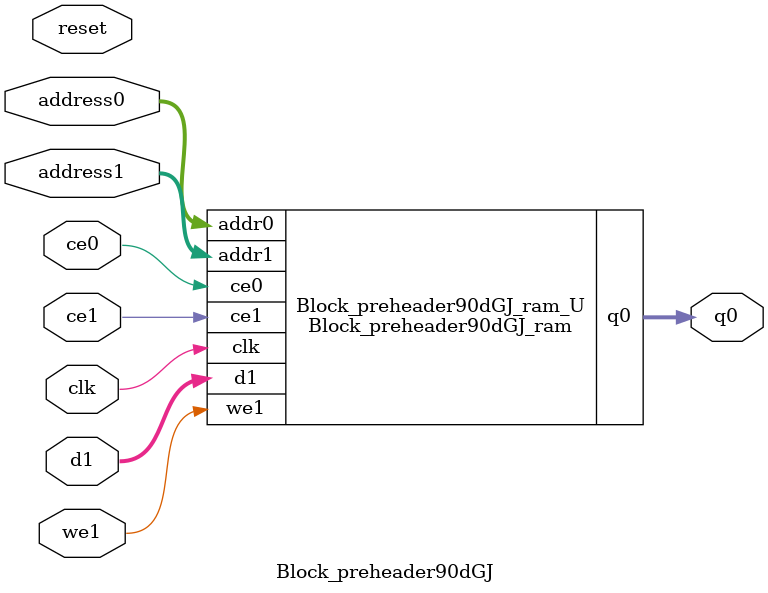
<source format=v>
`timescale 1 ns / 1 ps
module Block_preheader90dGJ_ram (addr0, ce0, q0, addr1, ce1, d1, we1,  clk);

parameter DWIDTH = 4;
parameter AWIDTH = 6;
parameter MEM_SIZE = 42;

input[AWIDTH-1:0] addr0;
input ce0;
output reg[DWIDTH-1:0] q0;
input[AWIDTH-1:0] addr1;
input ce1;
input[DWIDTH-1:0] d1;
input we1;
input clk;

(* ram_style = "distributed" *)reg [DWIDTH-1:0] ram[0:MEM_SIZE-1];




always @(posedge clk)  
begin 
    if (ce0) begin
        q0 <= ram[addr0];
    end
end


always @(posedge clk)  
begin 
    if (ce1) begin
        if (we1) 
            ram[addr1] <= d1; 
    end
end


endmodule

`timescale 1 ns / 1 ps
module Block_preheader90dGJ(
    reset,
    clk,
    address0,
    ce0,
    q0,
    address1,
    ce1,
    we1,
    d1);

parameter DataWidth = 32'd4;
parameter AddressRange = 32'd42;
parameter AddressWidth = 32'd6;
input reset;
input clk;
input[AddressWidth - 1:0] address0;
input ce0;
output[DataWidth - 1:0] q0;
input[AddressWidth - 1:0] address1;
input ce1;
input we1;
input[DataWidth - 1:0] d1;



Block_preheader90dGJ_ram Block_preheader90dGJ_ram_U(
    .clk( clk ),
    .addr0( address0 ),
    .ce0( ce0 ),
    .q0( q0 ),
    .addr1( address1 ),
    .ce1( ce1 ),
    .we1( we1 ),
    .d1( d1 ));

endmodule


</source>
